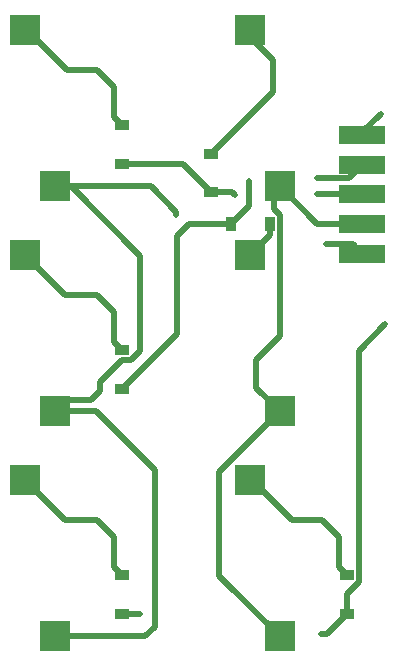
<source format=gbl>
G04 EAGLE Gerber RS-274X export*
G75*
%MOMM*%
%FSLAX34Y34*%
%LPD*%
%INBottom Copper*%
%IPPOS*%
%AMOC8*
5,1,8,0,0,1.08239X$1,22.5*%
G01*
G04 Define Apertures*
%ADD10R,1.220000X0.910000*%
%ADD11R,0.910000X1.220000*%
%ADD12R,2.550000X2.500000*%
%ADD13R,4.000000X1.500000*%
%ADD14C,0.508000*%
%ADD15C,0.502400*%
D10*
X-63500Y136050D03*
X-63500Y168750D03*
X-63500Y-54450D03*
X-63500Y-21750D03*
X-63500Y-244950D03*
X-63500Y-212250D03*
X11900Y111950D03*
X11900Y144650D03*
D11*
X29150Y84700D03*
X61850Y84700D03*
D10*
X127000Y-244950D03*
X127000Y-212250D03*
D12*
X-120650Y116900D03*
X-146050Y248900D03*
X-120650Y-73600D03*
X-146050Y58400D03*
X-120650Y-264100D03*
X-146050Y-132100D03*
X69850Y116900D03*
X44450Y248900D03*
X69850Y-73600D03*
X44450Y58400D03*
X69850Y-264100D03*
X44450Y-132100D03*
D13*
X140000Y60000D03*
X140000Y85000D03*
X140000Y110000D03*
X140000Y135000D03*
X140000Y160000D03*
D14*
X-143650Y248900D02*
X-146050Y248900D01*
X-85084Y215042D02*
X-70708Y200666D01*
X-109792Y215042D02*
X-143650Y248900D01*
X-70708Y175958D02*
X-63500Y168750D01*
X-85084Y215042D02*
X-109792Y215042D01*
X-70708Y200666D02*
X-70708Y175958D01*
X-85084Y24542D02*
X-70708Y10166D01*
X-112192Y24542D02*
X-146050Y58400D01*
X-112192Y24542D02*
X-85084Y24542D01*
X-70708Y10166D02*
X-70708Y-14542D01*
X-63500Y-21750D01*
X-85084Y-165958D02*
X-70708Y-180334D01*
X-112192Y-165958D02*
X-146050Y-132100D01*
X-112192Y-165958D02*
X-85084Y-165958D01*
X-70708Y-180334D02*
X-70708Y-205042D01*
X-63500Y-212250D01*
X-43900Y-264100D02*
X-120650Y-264100D01*
X-43900Y-264100D02*
X-35800Y-256000D01*
X-35800Y-123300D01*
X-46000Y-113100D01*
X-85500Y-73600D01*
X-120650Y-73600D01*
X-89849Y-63840D02*
X-82210Y-56201D01*
X-110890Y-63840D02*
X-120650Y-73600D01*
X-82210Y-56201D02*
X-82210Y-48810D01*
X-76600Y-43200D01*
X-89849Y-63840D02*
X-110890Y-63840D01*
X-76600Y-43200D02*
X-63510Y-30110D01*
X-55822Y-30110D01*
X-47900Y-22188D01*
X-47900Y57700D01*
X-107100Y116900D01*
X-120650Y116900D01*
X-39100Y116900D01*
X-17400Y95200D01*
X-17400Y92400D01*
D15*
X-17400Y92400D03*
X108900Y67900D03*
D14*
X132100Y67900D01*
X140000Y60000D01*
X-12200Y136050D02*
X-63500Y136050D01*
X-12200Y136050D02*
X11900Y111950D01*
X29450Y111950D01*
X32100Y109300D01*
D15*
X32100Y109300D03*
X101400Y110300D03*
D14*
X139700Y110300D01*
X140000Y110000D01*
X-17300Y-8250D02*
X-63500Y-54450D01*
X-17300Y-8250D02*
X-17300Y74600D01*
X-7200Y84700D01*
X29150Y84700D01*
X129000Y124000D02*
X140000Y135000D01*
X129000Y124000D02*
X101800Y124000D01*
D15*
X101800Y124000D03*
X44300Y121500D03*
D14*
X44300Y99850D01*
X29150Y84700D01*
X-48750Y-244950D02*
X-63500Y-244950D01*
X-48750Y-244950D02*
X-48300Y-245400D01*
D15*
X-48300Y-245400D03*
X105300Y-261900D03*
D14*
X110050Y-261900D01*
X127000Y-244950D01*
D15*
X159500Y0D03*
D14*
X127000Y-228288D02*
X127000Y-244950D01*
X127000Y-228288D02*
X136910Y-218378D01*
X136910Y-22590D02*
X159500Y0D01*
X136910Y-22590D02*
X136910Y-218378D01*
D15*
X155400Y178500D03*
D14*
X140000Y163100D01*
X140000Y160000D01*
X44450Y243534D02*
X44450Y248900D01*
X44450Y243534D02*
X63990Y223994D01*
X63990Y196740D02*
X11900Y144650D01*
X63990Y196740D02*
X63990Y223994D01*
X61850Y75800D02*
X44450Y58400D01*
X61850Y75800D02*
X61850Y84700D01*
X46850Y-132100D02*
X44450Y-132100D01*
X105416Y-165958D02*
X119792Y-180334D01*
X80708Y-165958D02*
X46850Y-132100D01*
X119792Y-205042D02*
X127000Y-212250D01*
X105416Y-165958D02*
X80708Y-165958D01*
X119792Y-180334D02*
X119792Y-205042D01*
X69850Y-264100D02*
X18900Y-213150D01*
X18900Y-148800D01*
X18900Y-124550D01*
X69850Y-73600D01*
X64800Y97788D02*
X64800Y117800D01*
X64800Y97788D02*
X70210Y92378D01*
X50310Y-54060D02*
X69850Y-73600D01*
X50310Y-54060D02*
X50310Y-30006D01*
X70210Y-10106D01*
X70210Y92378D01*
X68950Y117800D02*
X64800Y117800D01*
X68950Y117800D02*
X69850Y116900D01*
X101750Y85000D01*
X140000Y85000D01*
M02*

</source>
